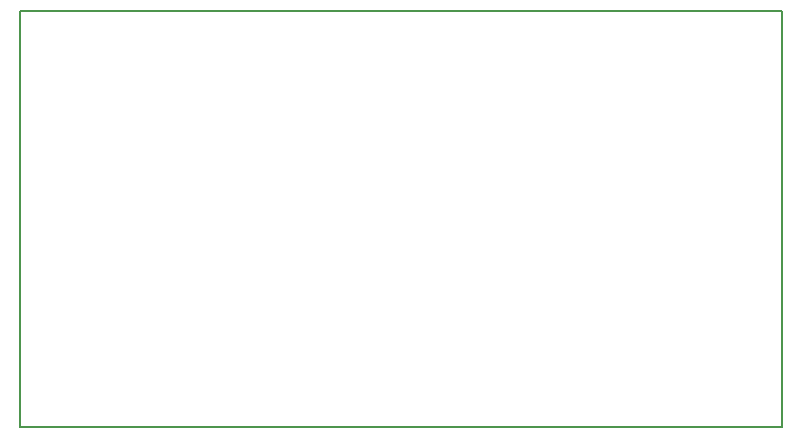
<source format=gbr>
G04 #@! TF.FileFunction,Profile,NP*
%FSLAX46Y46*%
G04 Gerber Fmt 4.6, Leading zero omitted, Abs format (unit mm)*
G04 Created by KiCad (PCBNEW 4.0.1-stable) date 9/12/2016 12:56:57 PM*
%MOMM*%
G01*
G04 APERTURE LIST*
%ADD10C,0.100000*%
%ADD11C,0.150000*%
G04 APERTURE END LIST*
D10*
D11*
X209550000Y-79121000D02*
X209550000Y-43942000D01*
X145034000Y-43942000D02*
X145034000Y-79121000D01*
X145034000Y-79121000D02*
X209550000Y-79121000D01*
X145034000Y-43942000D02*
X209550000Y-43942000D01*
M02*

</source>
